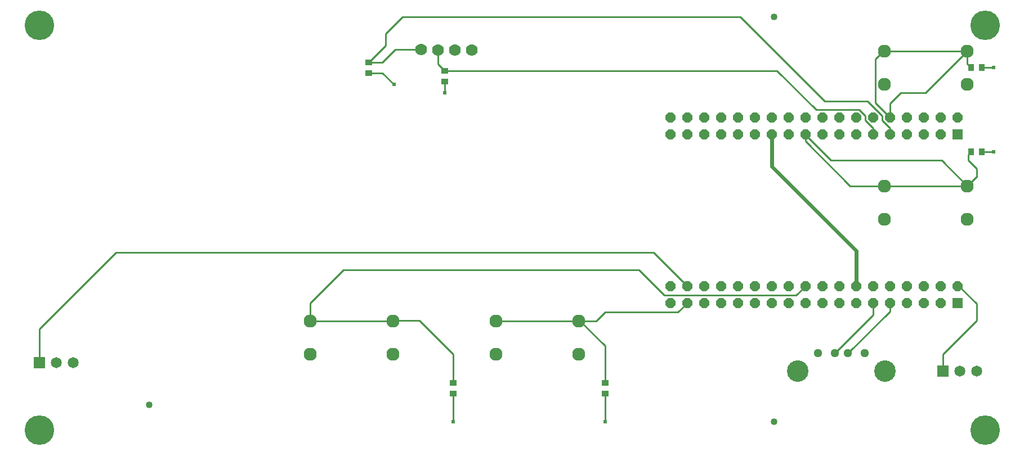
<source format=gbr>
G04 EAGLE Gerber RS-274X export*
G75*
%MOMM*%
%FSLAX34Y34*%
%LPD*%
%INTop Copper*%
%IPPOS*%
%AMOC8*
5,1,8,0,0,1.08239X$1,22.5*%
G01*
%ADD10C,1.778000*%
%ADD11R,1.524000X1.524000*%
%ADD12P,1.649562X8X202.500000*%
%ADD13C,1.960000*%
%ADD14R,1.031241X0.949959*%
%ADD15R,0.949959X1.031241*%
%ADD16R,1.651000X1.651000*%
%ADD17C,1.651000*%
%ADD18C,1.280163*%
%ADD19C,3.235963*%
%ADD20C,4.445000*%
%ADD21C,1.016000*%
%ADD22C,0.254000*%
%ADD23C,0.609600*%
%ADD24C,0.609600*%


D10*
X612700Y611700D03*
X637540Y611000D03*
X662940Y611000D03*
X688340Y611000D03*
D11*
X1419000Y229900D03*
D12*
X1419000Y255300D03*
X1393600Y229900D03*
X1393600Y255300D03*
X1368200Y229900D03*
X1368200Y255300D03*
X1342800Y229900D03*
X1342800Y255300D03*
X1317400Y229900D03*
X1317400Y255300D03*
X1292000Y229900D03*
X1292000Y255300D03*
X1266600Y229900D03*
X1266600Y255300D03*
X1241200Y229900D03*
X1241200Y255300D03*
X1215800Y229900D03*
X1215800Y255300D03*
X1190400Y229900D03*
X1190400Y255300D03*
X1165000Y229900D03*
X1165000Y255300D03*
X1139600Y229900D03*
X1139600Y255300D03*
X1114200Y229900D03*
X1114200Y255300D03*
X1088800Y229900D03*
X1088800Y255300D03*
X1063400Y229900D03*
X1063400Y255300D03*
X1038000Y229900D03*
X1038000Y255300D03*
X1012600Y229900D03*
X1012600Y255300D03*
X987200Y229900D03*
X987200Y255300D03*
D11*
X1419000Y483900D03*
D12*
X1419000Y509300D03*
X1393600Y483900D03*
X1393600Y509300D03*
X1368200Y483900D03*
X1368200Y509300D03*
X1342800Y483900D03*
X1342800Y509300D03*
X1317400Y483900D03*
X1317400Y509300D03*
X1292000Y483900D03*
X1292000Y509300D03*
X1266600Y483900D03*
X1266600Y509300D03*
X1241200Y483900D03*
X1241200Y509300D03*
X1215800Y483900D03*
X1215800Y509300D03*
X1190400Y483900D03*
X1190400Y509300D03*
X1165000Y483900D03*
X1165000Y509300D03*
X1139600Y483900D03*
X1139600Y509300D03*
X1114200Y483900D03*
X1114200Y509300D03*
X1088800Y483900D03*
X1088800Y509300D03*
X1063400Y483900D03*
X1063400Y509300D03*
X1038000Y483900D03*
X1038000Y509300D03*
X1012600Y483900D03*
X1012600Y509300D03*
X987200Y483900D03*
X987200Y509300D03*
D13*
X849900Y202800D03*
X849900Y152800D03*
X724900Y152800D03*
X724900Y202800D03*
X570500Y202800D03*
X570500Y152800D03*
X445500Y152800D03*
X445500Y202800D03*
X1434100Y609200D03*
X1434100Y559200D03*
X1309100Y559200D03*
X1309100Y609200D03*
X1434100Y406000D03*
X1434100Y356000D03*
X1309100Y356000D03*
X1309100Y406000D03*
D14*
X660400Y109601D03*
X660400Y93599D03*
D15*
X1439799Y584200D03*
X1455801Y584200D03*
X1439799Y457200D03*
X1455801Y457200D03*
D14*
X533400Y592201D03*
X533400Y576199D03*
X647700Y579501D03*
X647700Y563499D03*
D16*
X1397000Y127000D03*
D17*
X1422400Y127000D03*
X1447800Y127000D03*
D16*
X38100Y139700D03*
D17*
X63500Y139700D03*
X88900Y139700D03*
D14*
X889000Y109601D03*
X889000Y93599D03*
D18*
X1279525Y154178D03*
X1254633Y154178D03*
X1234567Y154178D03*
X1209675Y154178D03*
D19*
X1178941Y127000D03*
X1310259Y127000D03*
D20*
X38100Y38100D03*
X1460500Y38100D03*
X38100Y647700D03*
X1460500Y647700D03*
D21*
X203200Y76200D03*
X1143000Y50800D03*
X1143000Y660400D03*
D22*
X571500Y558800D02*
X554101Y576199D01*
X533400Y576199D01*
D23*
X571500Y558800D03*
D22*
X647700Y563499D02*
X647700Y546100D01*
D23*
X647700Y546100D03*
D22*
X660400Y93599D02*
X660400Y50800D01*
D23*
X660400Y50800D03*
D22*
X889000Y50800D02*
X889000Y93599D01*
D23*
X889000Y50800D03*
D22*
X1455801Y457200D02*
X1473200Y457200D01*
D23*
X1473200Y457200D03*
D24*
X1266600Y308200D02*
X1266600Y255300D01*
X1139600Y435200D02*
X1139600Y483900D01*
X1139600Y435200D02*
X1266600Y308200D01*
D22*
X1455801Y584200D02*
X1473200Y584200D01*
D23*
X1473200Y584200D03*
D22*
X637540Y589661D02*
X637540Y611000D01*
X637540Y589661D02*
X647700Y579501D01*
X1147699Y579501D01*
X1292000Y493136D02*
X1292000Y483900D01*
X1292000Y493136D02*
X1280570Y504566D01*
X1280570Y511495D02*
X1271335Y520730D01*
X1280570Y511495D02*
X1280570Y504566D01*
X1206470Y520730D02*
X1147699Y579501D01*
X1206470Y520730D02*
X1271335Y520730D01*
X554101Y592201D02*
X533400Y592201D01*
X554101Y592201D02*
X573600Y611700D01*
X612700Y611700D01*
X558800Y617601D02*
X533400Y592201D01*
X558800Y617601D02*
X558800Y635000D01*
X584200Y660400D01*
X1092200Y660400D01*
X1317400Y493136D02*
X1317400Y483900D01*
X1317400Y493136D02*
X1305970Y504566D01*
X1305970Y511495D02*
X1284065Y533400D01*
X1305970Y511495D02*
X1305970Y504566D01*
X1219200Y533400D02*
X1092200Y660400D01*
X1219200Y533400D02*
X1284065Y533400D01*
X1012600Y255300D02*
X961800Y306100D01*
X153700Y306100D02*
X38100Y190500D01*
X153700Y306100D02*
X961800Y306100D01*
X38100Y190500D02*
X38100Y139700D01*
X1397000Y127000D02*
X1397000Y152400D01*
X1447800Y203200D02*
X1447800Y228600D01*
X1421100Y255300D01*
X1419000Y255300D01*
X1447800Y203200D02*
X1397000Y152400D01*
X1317400Y216945D02*
X1254633Y154178D01*
X1317400Y216945D02*
X1317400Y229900D01*
X1292000Y211611D02*
X1234567Y154178D01*
X1292000Y211611D02*
X1292000Y229900D01*
X1309100Y609200D02*
X1434100Y609200D01*
X1309100Y609200D02*
X1307700Y609200D01*
X1295400Y596900D01*
X1295400Y531300D02*
X1317400Y509300D01*
X1295400Y531300D02*
X1295400Y596900D01*
X1371000Y546100D02*
X1434100Y609200D01*
X1371000Y546100D02*
X1333500Y546100D01*
X1317400Y530000D01*
X1317400Y509300D01*
X1434100Y609200D02*
X1435100Y610200D01*
X1434100Y589899D02*
X1439799Y584200D01*
X1434100Y589899D02*
X1434100Y609200D01*
X609600Y203200D02*
X570900Y203200D01*
X609600Y203200D02*
X660400Y152400D01*
X660400Y109601D01*
X570500Y202800D02*
X445500Y202800D01*
X570500Y202800D02*
X570900Y203200D01*
X445500Y202800D02*
X445500Y229600D01*
X495300Y279400D01*
X939800Y279400D01*
X977900Y241300D01*
X982436Y241300D01*
X982466Y241330D01*
X1176430Y241330D02*
X1190400Y255300D01*
X1176430Y241330D02*
X982466Y241330D01*
X851300Y202800D02*
X849900Y202800D01*
X851300Y202800D02*
X889000Y165100D01*
X889000Y109601D01*
X849900Y202800D02*
X724900Y202800D01*
X849900Y202800D02*
X875900Y202800D01*
X889000Y215900D01*
X998600Y215900D02*
X1012600Y229900D01*
X998600Y215900D02*
X889000Y215900D01*
X1309100Y406000D02*
X1434100Y406000D01*
X1447200Y419100D01*
X1447800Y419100D01*
X1447800Y431800D01*
X1435100Y444500D01*
X1435100Y452501D01*
X1439799Y457200D01*
X1309100Y406000D02*
X1257700Y406000D01*
X1190400Y473300D02*
X1190400Y482600D01*
X1190400Y483900D01*
X1190400Y473300D02*
X1257700Y406000D01*
X1395600Y444500D02*
X1434100Y406000D01*
X1228500Y444500D02*
X1190400Y482600D01*
X1228500Y444500D02*
X1395600Y444500D01*
M02*

</source>
